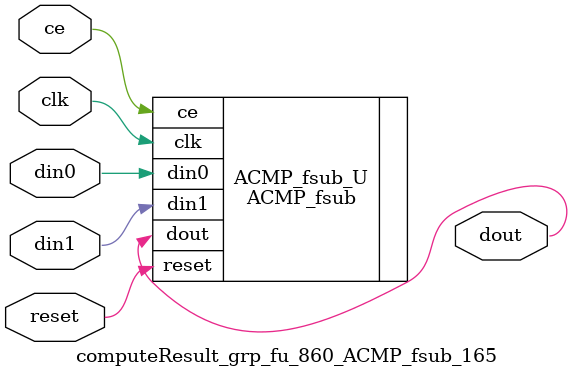
<source format=v>

`timescale 1 ns / 1 ps
module computeResult_grp_fu_860_ACMP_fsub_165(
    clk,
    reset,
    ce,
    din0,
    din1,
    dout);

parameter ID = 32'd1;
parameter NUM_STAGE = 32'd1;
parameter din0_WIDTH = 32'd1;
parameter din1_WIDTH = 32'd1;
parameter dout_WIDTH = 32'd1;
input clk;
input reset;
input ce;
input[din0_WIDTH - 1:0] din0;
input[din1_WIDTH - 1:0] din1;
output[dout_WIDTH - 1:0] dout;



ACMP_fsub #(
.ID( ID ),
.NUM_STAGE( 4 ),
.din0_WIDTH( din0_WIDTH ),
.din1_WIDTH( din1_WIDTH ),
.dout_WIDTH( dout_WIDTH ))
ACMP_fsub_U(
    .clk( clk ),
    .reset( reset ),
    .ce( ce ),
    .din0( din0 ),
    .din1( din1 ),
    .dout( dout ));

endmodule

</source>
